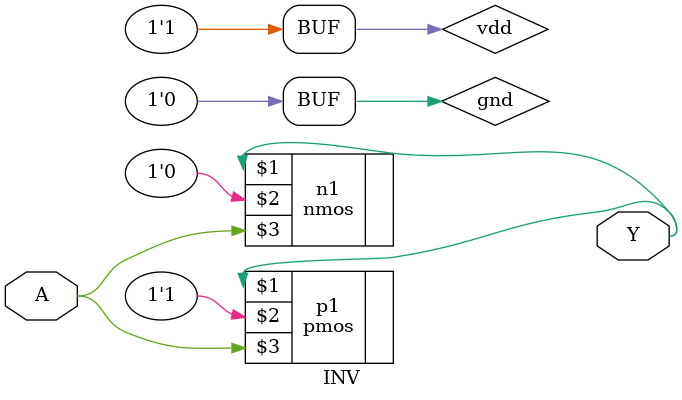
<source format=sv>
module INV (
    output  wire                        Y,
    input   wire                        A
);

    supply1                             vdd;
    supply0                             gnd;

    // VDD      -------+----
    //              p1 |
    //           a --o|
    //                 |
    //                 +---- Y
    //              n1 |
    //           a ---|
    //                 |
    // GND      -------+----

    pmos    p1(Y, vdd, A);
    nmos    n1(Y, gnd, A);

endmodule

</source>
